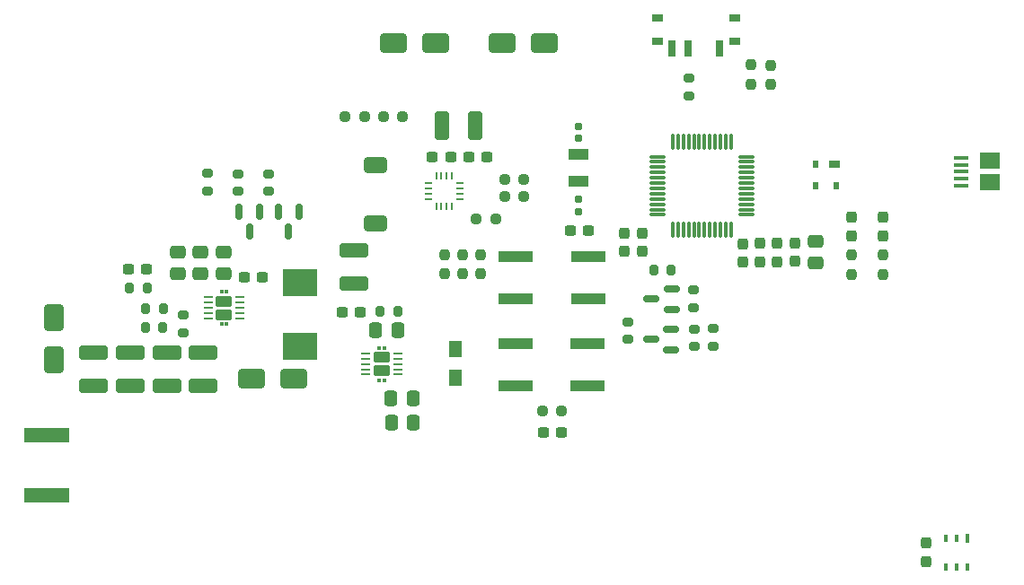
<source format=gtp>
G04 #@! TF.GenerationSoftware,KiCad,Pcbnew,7.0.11-2.fc39*
G04 #@! TF.CreationDate,2024-05-02T20:43:30+03:00*
G04 #@! TF.ProjectId,mainboard_v1.1,6d61696e-626f-4617-9264-5f76312e312e,rev?*
G04 #@! TF.SameCoordinates,Original*
G04 #@! TF.FileFunction,Paste,Top*
G04 #@! TF.FilePolarity,Positive*
%FSLAX46Y46*%
G04 Gerber Fmt 4.6, Leading zero omitted, Abs format (unit mm)*
G04 Created by KiCad (PCBNEW 7.0.11-2.fc39) date 2024-05-02 20:43:30*
%MOMM*%
%LPD*%
G01*
G04 APERTURE LIST*
G04 Aperture macros list*
%AMRoundRect*
0 Rectangle with rounded corners*
0 $1 Rounding radius*
0 $2 $3 $4 $5 $6 $7 $8 $9 X,Y pos of 4 corners*
0 Add a 4 corners polygon primitive as box body*
4,1,4,$2,$3,$4,$5,$6,$7,$8,$9,$2,$3,0*
0 Add four circle primitives for the rounded corners*
1,1,$1+$1,$2,$3*
1,1,$1+$1,$4,$5*
1,1,$1+$1,$6,$7*
1,1,$1+$1,$8,$9*
0 Add four rect primitives between the rounded corners*
20,1,$1+$1,$2,$3,$4,$5,0*
20,1,$1+$1,$4,$5,$6,$7,0*
20,1,$1+$1,$6,$7,$8,$9,0*
20,1,$1+$1,$8,$9,$2,$3,0*%
G04 Aperture macros list end*
%ADD10RoundRect,0.025000X0.100000X0.145000X-0.100000X0.145000X-0.100000X-0.145000X0.100000X-0.145000X0*%
%ADD11RoundRect,0.106000X0.644000X0.424000X-0.644000X0.424000X-0.644000X-0.424000X0.644000X-0.424000X0*%
%ADD12RoundRect,0.060000X0.350000X0.060000X-0.350000X0.060000X-0.350000X-0.060000X0.350000X-0.060000X0*%
%ADD13RoundRect,0.150000X0.587500X0.150000X-0.587500X0.150000X-0.587500X-0.150000X0.587500X-0.150000X0*%
%ADD14R,1.900000X1.100000*%
%ADD15RoundRect,0.155000X-0.155000X0.212500X-0.155000X-0.212500X0.155000X-0.212500X0.155000X0.212500X0*%
%ADD16RoundRect,0.250000X-1.100000X0.412500X-1.100000X-0.412500X1.100000X-0.412500X1.100000X0.412500X0*%
%ADD17RoundRect,0.237500X-0.237500X0.300000X-0.237500X-0.300000X0.237500X-0.300000X0.237500X0.300000X0*%
%ADD18RoundRect,0.250000X-1.000000X-0.650000X1.000000X-0.650000X1.000000X0.650000X-1.000000X0.650000X0*%
%ADD19RoundRect,0.200000X-0.200000X-0.275000X0.200000X-0.275000X0.200000X0.275000X-0.200000X0.275000X0*%
%ADD20RoundRect,0.200000X0.275000X-0.200000X0.275000X0.200000X-0.275000X0.200000X-0.275000X-0.200000X0*%
%ADD21RoundRect,0.250000X0.337500X0.475000X-0.337500X0.475000X-0.337500X-0.475000X0.337500X-0.475000X0*%
%ADD22RoundRect,0.237500X-0.300000X-0.237500X0.300000X-0.237500X0.300000X0.237500X-0.300000X0.237500X0*%
%ADD23RoundRect,0.250000X-0.475000X0.337500X-0.475000X-0.337500X0.475000X-0.337500X0.475000X0.337500X0*%
%ADD24RoundRect,0.375000X-0.725000X0.375000X-0.725000X-0.375000X0.725000X-0.375000X0.725000X0.375000X0*%
%ADD25R,0.250000X0.700000*%
%ADD26R,0.700000X0.250000*%
%ADD27RoundRect,0.150000X-0.150000X0.587500X-0.150000X-0.587500X0.150000X-0.587500X0.150000X0.587500X0*%
%ADD28R,3.200000X1.000000*%
%ADD29RoundRect,0.237500X0.300000X0.237500X-0.300000X0.237500X-0.300000X-0.237500X0.300000X-0.237500X0*%
%ADD30RoundRect,0.237500X-0.237500X0.287500X-0.237500X-0.287500X0.237500X-0.287500X0.237500X0.287500X0*%
%ADD31RoundRect,0.237500X0.250000X0.237500X-0.250000X0.237500X-0.250000X-0.237500X0.250000X-0.237500X0*%
%ADD32R,0.400000X0.860000*%
%ADD33R,0.400000X0.800000*%
%ADD34RoundRect,0.250000X1.100000X-0.412500X1.100000X0.412500X-1.100000X0.412500X-1.100000X-0.412500X0*%
%ADD35RoundRect,0.250000X1.000000X0.650000X-1.000000X0.650000X-1.000000X-0.650000X1.000000X-0.650000X0*%
%ADD36R,1.200000X1.500000*%
%ADD37RoundRect,0.237500X-0.237500X0.250000X-0.237500X-0.250000X0.237500X-0.250000X0.237500X0.250000X0*%
%ADD38RoundRect,0.075000X-0.662500X-0.075000X0.662500X-0.075000X0.662500X0.075000X-0.662500X0.075000X0*%
%ADD39RoundRect,0.075000X-0.075000X-0.662500X0.075000X-0.662500X0.075000X0.662500X-0.075000X0.662500X0*%
%ADD40RoundRect,0.025000X-0.100000X-0.145000X0.100000X-0.145000X0.100000X0.145000X-0.100000X0.145000X0*%
%ADD41RoundRect,0.106000X-0.644000X-0.424000X0.644000X-0.424000X0.644000X0.424000X-0.644000X0.424000X0*%
%ADD42RoundRect,0.060000X-0.350000X-0.060000X0.350000X-0.060000X0.350000X0.060000X-0.350000X0.060000X0*%
%ADD43RoundRect,0.237500X0.237500X-0.250000X0.237500X0.250000X-0.237500X0.250000X-0.237500X-0.250000X0*%
%ADD44RoundRect,0.237500X-0.250000X-0.237500X0.250000X-0.237500X0.250000X0.237500X-0.250000X0.237500X0*%
%ADD45RoundRect,0.250000X-0.650000X1.000000X-0.650000X-1.000000X0.650000X-1.000000X0.650000X1.000000X0*%
%ADD46RoundRect,0.200000X0.200000X0.275000X-0.200000X0.275000X-0.200000X-0.275000X0.200000X-0.275000X0*%
%ADD47R,1.350000X0.400000*%
%ADD48R,1.900000X1.500000*%
%ADD49R,1.000000X0.800000*%
%ADD50R,0.700000X1.500000*%
%ADD51RoundRect,0.200000X-0.275000X0.200000X-0.275000X-0.200000X0.275000X-0.200000X0.275000X0.200000X0*%
%ADD52RoundRect,0.155000X0.155000X-0.212500X0.155000X0.212500X-0.155000X0.212500X-0.155000X-0.212500X0*%
%ADD53R,1.000000X0.700000*%
%ADD54R,0.600000X0.700000*%
%ADD55R,3.250000X2.500000*%
%ADD56RoundRect,0.250000X-0.412500X-1.100000X0.412500X-1.100000X0.412500X1.100000X-0.412500X1.100000X0*%
%ADD57R,4.200000X1.350000*%
G04 APERTURE END LIST*
D10*
X160406250Y-70993750D03*
X160406250Y-67933750D03*
D11*
X160156250Y-70093750D03*
X160156250Y-68833750D03*
D10*
X159906250Y-70993750D03*
X159906250Y-67933750D03*
D12*
X161666250Y-70463750D03*
X161666250Y-69963750D03*
X161666250Y-69463750D03*
X161666250Y-68963750D03*
X161666250Y-68463750D03*
X158646250Y-68463750D03*
X158646250Y-68963750D03*
X158646250Y-69463750D03*
X158646250Y-69963750D03*
X158646250Y-70463750D03*
D13*
X187467500Y-68110000D03*
X187467500Y-66210000D03*
X185592500Y-67160000D03*
D14*
X178720000Y-49700000D03*
X178720000Y-52200000D03*
D15*
X178690000Y-53952500D03*
X178690000Y-55087500D03*
D16*
X132980000Y-68397500D03*
X132980000Y-71522500D03*
D17*
X199086250Y-58073750D03*
X199086250Y-59798750D03*
D18*
X171500000Y-39210000D03*
X175500000Y-39210000D03*
D19*
X185825000Y-60610000D03*
X187475000Y-60610000D03*
D20*
X143740000Y-53155000D03*
X143740000Y-51505000D03*
D21*
X163137500Y-72680000D03*
X161062500Y-72680000D03*
D22*
X147217500Y-61320000D03*
X148942500Y-61320000D03*
D23*
X145273750Y-58888750D03*
X145273750Y-60963750D03*
D22*
X175387500Y-75890000D03*
X177112500Y-75890000D03*
D24*
X159557500Y-50690000D03*
X159557500Y-56190000D03*
D25*
X166806250Y-51713750D03*
X166306250Y-51713750D03*
X165806250Y-51713750D03*
X165306250Y-51713750D03*
D26*
X164606250Y-52413750D03*
X164606250Y-52913750D03*
X164606250Y-53413750D03*
X164606250Y-53913750D03*
D25*
X165306250Y-54613750D03*
X165806250Y-54613750D03*
X166306250Y-54613750D03*
X166806250Y-54613750D03*
D26*
X167506250Y-53913750D03*
X167506250Y-53413750D03*
X167506250Y-52913750D03*
X167506250Y-52413750D03*
D17*
X183036250Y-57113750D03*
X183036250Y-58838750D03*
D20*
X183417500Y-67155000D03*
X183417500Y-65505000D03*
D27*
X152360000Y-55082500D03*
X150460000Y-55082500D03*
X151410000Y-56957500D03*
D28*
X179630000Y-63310000D03*
X172830000Y-63310000D03*
X179630000Y-59310000D03*
X172830000Y-59310000D03*
D29*
X179682500Y-56910000D03*
X177957500Y-56910000D03*
D30*
X204470000Y-55635000D03*
X204470000Y-57385000D03*
D31*
X173592500Y-52060000D03*
X171767500Y-52060000D03*
D29*
X166682500Y-49930000D03*
X164957500Y-49930000D03*
D16*
X136490000Y-68407500D03*
X136490000Y-71532500D03*
D32*
X215340000Y-85910000D03*
D33*
X214340000Y-85910000D03*
X213340000Y-85910000D03*
X213340000Y-88610000D03*
X214340000Y-88610000D03*
X215340000Y-88610000D03*
D34*
X157590000Y-61902500D03*
X157590000Y-58777500D03*
D35*
X165277500Y-39200000D03*
X161277500Y-39200000D03*
D31*
X173592500Y-53640000D03*
X171767500Y-53640000D03*
D36*
X167086250Y-70773750D03*
X167086250Y-68073750D03*
D18*
X147870000Y-70840000D03*
X151870000Y-70840000D03*
D37*
X194982500Y-41237500D03*
X194982500Y-43062500D03*
D17*
X197446250Y-58093750D03*
X197446250Y-59818750D03*
D31*
X162147500Y-46170000D03*
X160322500Y-46170000D03*
D13*
X187482500Y-64300000D03*
X187482500Y-62400000D03*
X185607500Y-63350000D03*
D38*
X186187500Y-49900000D03*
X186187500Y-50400000D03*
X186187500Y-50900000D03*
X186187500Y-51400000D03*
X186187500Y-51900000D03*
X186187500Y-52400000D03*
X186187500Y-52900000D03*
X186187500Y-53400000D03*
X186187500Y-53900000D03*
X186187500Y-54400000D03*
X186187500Y-54900000D03*
X186187500Y-55400000D03*
D39*
X187600000Y-56812500D03*
X188100000Y-56812500D03*
X188600000Y-56812500D03*
X189100000Y-56812500D03*
X189600000Y-56812500D03*
X190100000Y-56812500D03*
X190600000Y-56812500D03*
X191100000Y-56812500D03*
X191600000Y-56812500D03*
X192100000Y-56812500D03*
X192600000Y-56812500D03*
X193100000Y-56812500D03*
D38*
X194512500Y-55400000D03*
X194512500Y-54900000D03*
X194512500Y-54400000D03*
X194512500Y-53900000D03*
X194512500Y-53400000D03*
X194512500Y-52900000D03*
X194512500Y-52400000D03*
X194512500Y-51900000D03*
X194512500Y-51400000D03*
X194512500Y-50900000D03*
X194512500Y-50400000D03*
X194512500Y-49900000D03*
D39*
X193100000Y-48487500D03*
X192600000Y-48487500D03*
X192100000Y-48487500D03*
X191600000Y-48487500D03*
X191100000Y-48487500D03*
X190600000Y-48487500D03*
X190100000Y-48487500D03*
X189600000Y-48487500D03*
X189100000Y-48487500D03*
X188600000Y-48487500D03*
X188100000Y-48487500D03*
X187600000Y-48487500D03*
D40*
X145066250Y-62653750D03*
X145066250Y-65713750D03*
D41*
X145316250Y-63553750D03*
X145316250Y-64813750D03*
D40*
X145566250Y-62653750D03*
X145566250Y-65713750D03*
D42*
X143806250Y-63183750D03*
X143806250Y-63683750D03*
X143806250Y-64183750D03*
X143806250Y-64683750D03*
X143806250Y-65183750D03*
X146826250Y-65183750D03*
X146826250Y-64683750D03*
X146826250Y-64183750D03*
X146826250Y-63683750D03*
X146826250Y-63183750D03*
D37*
X196812500Y-41267500D03*
X196812500Y-43092500D03*
X167756250Y-59161250D03*
X167756250Y-60986250D03*
D22*
X136292500Y-60500000D03*
X138017500Y-60500000D03*
D30*
X207400000Y-55622500D03*
X207400000Y-57372500D03*
D43*
X204470000Y-61012500D03*
X204470000Y-59187500D03*
D44*
X169097500Y-55810000D03*
X170922500Y-55810000D03*
D17*
X211450000Y-86387500D03*
X211450000Y-88112500D03*
D21*
X163147500Y-74970000D03*
X161072500Y-74970000D03*
D45*
X129290000Y-65060000D03*
X129290000Y-69060000D03*
D43*
X207380000Y-61007500D03*
X207380000Y-59182500D03*
D17*
X194236250Y-58122750D03*
X194236250Y-59847750D03*
D23*
X140970000Y-58892500D03*
X140970000Y-60967500D03*
D46*
X161691250Y-64513750D03*
X160041250Y-64513750D03*
D47*
X214777500Y-52610000D03*
X214777500Y-51960000D03*
X214777500Y-51310000D03*
X214777500Y-50660000D03*
X214777500Y-50010000D03*
D48*
X217477500Y-52310000D03*
X217477500Y-50310000D03*
D27*
X148650000Y-55062500D03*
X146750000Y-55062500D03*
X147700000Y-56937500D03*
D17*
X195846250Y-58093750D03*
X195846250Y-59818750D03*
D44*
X175297500Y-73910000D03*
X177122500Y-73910000D03*
D23*
X143100000Y-58892500D03*
X143100000Y-60967500D03*
D46*
X138040000Y-62340000D03*
X136390000Y-62340000D03*
D23*
X201040000Y-57888750D03*
X201040000Y-59963750D03*
D49*
X193430000Y-39040000D03*
X193430000Y-36830000D03*
X186130000Y-39040000D03*
X186130000Y-36830000D03*
D50*
X192030000Y-39690000D03*
X189030000Y-39690000D03*
X187530000Y-39690000D03*
D51*
X149480000Y-51515000D03*
X149480000Y-53165000D03*
D43*
X169526250Y-60966250D03*
X169526250Y-59141250D03*
D17*
X184706250Y-57106250D03*
X184706250Y-58831250D03*
D21*
X161687500Y-66320000D03*
X159612500Y-66320000D03*
D46*
X139568750Y-64213750D03*
X137918750Y-64213750D03*
D22*
X168367500Y-49930000D03*
X170092500Y-49930000D03*
D20*
X189570000Y-64125000D03*
X189570000Y-62475000D03*
D31*
X158557500Y-46150000D03*
X156732500Y-46150000D03*
D52*
X178720000Y-48197500D03*
X178720000Y-47062500D03*
D28*
X179580000Y-71560000D03*
X172780000Y-71560000D03*
X179580000Y-67560000D03*
X172780000Y-67560000D03*
D19*
X137878750Y-66003750D03*
X139528750Y-66003750D03*
D53*
X202810000Y-50640000D03*
D54*
X201110000Y-50640000D03*
X201110000Y-52640000D03*
X203010000Y-52640000D03*
D16*
X143370000Y-68387500D03*
X143370000Y-71512500D03*
D55*
X152450000Y-61820000D03*
X152450000Y-67820000D03*
D20*
X189660000Y-67825000D03*
X189660000Y-66175000D03*
D43*
X166066250Y-60986250D03*
X166066250Y-59161250D03*
D51*
X191420000Y-66147500D03*
X191420000Y-67797500D03*
D56*
X165827500Y-46950000D03*
X168952500Y-46950000D03*
D51*
X189132500Y-42520000D03*
X189132500Y-44170000D03*
D16*
X139930000Y-68397500D03*
X139930000Y-71522500D03*
D29*
X158152500Y-64580000D03*
X156427500Y-64580000D03*
D51*
X146640000Y-51525000D03*
X146640000Y-53175000D03*
X141453750Y-64863750D03*
X141453750Y-66513750D03*
D57*
X128592500Y-81865000D03*
X128592500Y-76215000D03*
M02*

</source>
